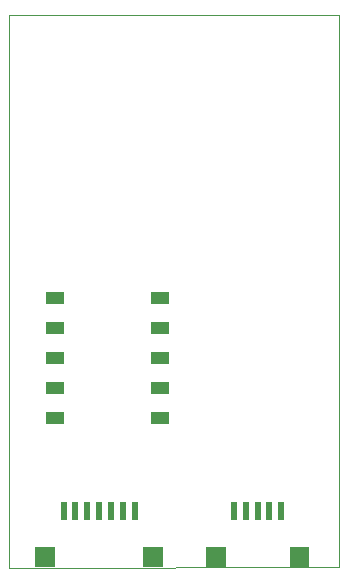
<source format=gtp>
G75*
%MOIN*%
%OFA0B0*%
%FSLAX25Y25*%
%IPPOS*%
%LPD*%
%AMOC8*
5,1,8,0,0,1.08239X$1,22.5*
%
%ADD10C,0.00394*%
%ADD11R,0.05906X0.04331*%
%ADD12R,0.02362X0.06102*%
%ADD13R,0.04724X0.07087*%
D10*
X0004414Y0002067D02*
X0114478Y0002130D01*
X0114478Y0186381D01*
X0004414Y0186319D01*
X0004414Y0002067D01*
D11*
X0019770Y0051836D03*
X0019770Y0061836D03*
X0019770Y0071836D03*
X0019770Y0081836D03*
X0019770Y0091836D03*
X0054809Y0091836D03*
X0054809Y0081836D03*
X0054809Y0071836D03*
X0054809Y0061836D03*
X0054809Y0051836D03*
D12*
X0046290Y0020882D03*
X0042353Y0020882D03*
X0038416Y0020882D03*
X0034479Y0020882D03*
X0030542Y0020882D03*
X0026605Y0020882D03*
X0022668Y0020882D03*
X0079445Y0020882D03*
X0083382Y0020882D03*
X0087319Y0020882D03*
X0091256Y0020882D03*
X0095193Y0020882D03*
D13*
X0100311Y0005626D03*
X0100311Y0005626D03*
X0102280Y0005626D03*
X0074327Y0005626D03*
X0072359Y0005626D03*
X0053376Y0005626D03*
X0051408Y0005626D03*
X0017550Y0005626D03*
X0015581Y0005626D03*
M02*

</source>
